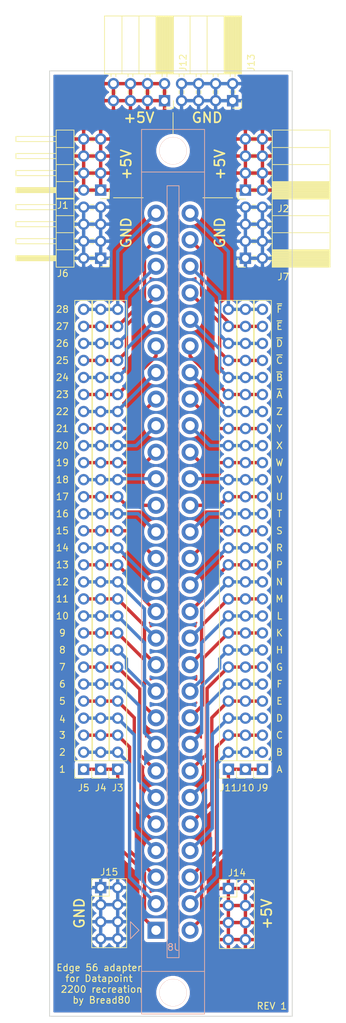
<source format=kicad_pcb>
(kicad_pcb (version 20171130) (host pcbnew "(5.1.12)-1")
  (layers (0 F.Cu signal) (31 B.Cu signal) (34 B.Paste user) (35 F.Paste user) (36 B.SilkS user) (37 F.SilkS user) (38 B.Mask user) (39 F.Mask user) (44 Edge.Cuts user))
  (net 0 "")
  (net 1 +5V)
  (net 2 "Net-(J3-Pad28)")
  (net 3 "Net-(J3-Pad27)")
  (net 4 "Net-(J3-Pad26)")
  (net 5 "Net-(J3-Pad25)")
  (net 6 "Net-(J3-Pad24)")
  (net 7 "Net-(J3-Pad23)")
  (net 8 "Net-(J3-Pad22)")
  (net 9 "Net-(J3-Pad21)")
  (net 10 "Net-(J3-Pad20)")
  (net 11 "Net-(J3-Pad19)")
  (net 12 "Net-(J3-Pad18)")
  (net 13 "Net-(J3-Pad17)")
  (net 14 "Net-(J3-Pad16)")
  (net 15 "Net-(J3-Pad15)")
  (net 16 "Net-(J3-Pad14)")
  (net 17 "Net-(J3-Pad13)")
  (net 18 "Net-(J3-Pad12)")
  (net 19 "Net-(J3-Pad11)")
  (net 20 "Net-(J3-Pad10)")
  (net 21 "Net-(J3-Pad9)")
  (net 22 "Net-(J3-Pad8)")
  (net 23 "Net-(J3-Pad7)")
  (net 24 "Net-(J3-Pad6)")
  (net 25 "Net-(J3-Pad5)")
  (net 26 "Net-(J3-Pad4)")
  (net 27 "Net-(J3-Pad3)")
  (net 28 "Net-(J3-Pad2)")
  (net 29 "Net-(J3-Pad1)")
  (net 30 GND)
  (net 31 "Net-(J10-Pad28)")
  (net 32 "Net-(J10-Pad27)")
  (net 33 "Net-(J10-Pad26)")
  (net 34 "Net-(J10-Pad25)")
  (net 35 "Net-(J10-Pad24)")
  (net 36 "Net-(J10-Pad23)")
  (net 37 "Net-(J10-Pad22)")
  (net 38 "Net-(J10-Pad21)")
  (net 39 "Net-(J10-Pad20)")
  (net 40 "Net-(J10-Pad19)")
  (net 41 "Net-(J10-Pad18)")
  (net 42 "Net-(J10-Pad17)")
  (net 43 "Net-(J10-Pad16)")
  (net 44 "Net-(J10-Pad15)")
  (net 45 "Net-(J10-Pad14)")
  (net 46 "Net-(J10-Pad13)")
  (net 47 "Net-(J10-Pad12)")
  (net 48 "Net-(J10-Pad11)")
  (net 49 "Net-(J10-Pad10)")
  (net 50 "Net-(J10-Pad9)")
  (net 51 "Net-(J10-Pad8)")
  (net 52 "Net-(J10-Pad7)")
  (net 53 "Net-(J10-Pad6)")
  (net 54 "Net-(J10-Pad5)")
  (net 55 "Net-(J10-Pad4)")
  (net 56 "Net-(J10-Pad3)")
  (net 57 "Net-(J10-Pad2)")
  (net 58 "Net-(J10-Pad1)")
  (module DataPoint_2200:EdgeConn_Socket_56_Pin_Pitch_3.96mm (layer B.Cu) (at 141.605 163.83)
    (fp_text reference J8 (at 0 2.54) (layer B.SilkS) (effects (justify mirror)))
    (fp_text value Conn_02x28_Top_Bottom)
    (pad "" np_thru_hole circle (at 0 -116.23) (size 4 4) (drill 4) (layers *.Cu *.Mask))
    (pad "" np_thru_hole circle (at 0 9.31) (size 4 4) (drill 4) (layers *.Cu *.Mask))
    (pad 56 thru_hole circle (at 2.54 -106.92) (size 2.54 2.54) (drill 1.4) (layers *.Cu *.Mask) (net 31 "Net-(J10-Pad28)"))
    (pad 55 thru_hole circle (at 2.54 -102.96) (size 2.54 2.54) (drill 1.4) (layers *.Cu *.Mask) (net 32 "Net-(J10-Pad27)"))
    (pad 54 thru_hole circle (at 2.54 -99) (size 2.54 2.54) (drill 1.4) (layers *.Cu *.Mask) (net 33 "Net-(J10-Pad26)"))
    (pad 53 thru_hole circle (at 2.54 -95.04) (size 2.54 2.54) (drill 1.4) (layers *.Cu *.Mask) (net 34 "Net-(J10-Pad25)"))
    (pad 52 thru_hole circle (at 2.54 -91.08) (size 2.54 2.54) (drill 1.4) (layers *.Cu *.Mask) (net 35 "Net-(J10-Pad24)"))
    (pad 51 thru_hole circle (at 2.54 -87.12) (size 2.54 2.54) (drill 1.4) (layers *.Cu *.Mask) (net 36 "Net-(J10-Pad23)"))
    (pad 50 thru_hole circle (at 2.54 -83.16) (size 2.54 2.54) (drill 1.4) (layers *.Cu *.Mask) (net 37 "Net-(J10-Pad22)"))
    (pad 49 thru_hole circle (at 2.54 -79.2) (size 2.54 2.54) (drill 1.4) (layers *.Cu *.Mask) (net 38 "Net-(J10-Pad21)"))
    (pad 48 thru_hole circle (at 2.54 -75.24) (size 2.54 2.54) (drill 1.4) (layers *.Cu *.Mask) (net 39 "Net-(J10-Pad20)"))
    (pad 47 thru_hole circle (at 2.54 -71.28) (size 2.54 2.54) (drill 1.4) (layers *.Cu *.Mask) (net 40 "Net-(J10-Pad19)"))
    (pad 46 thru_hole circle (at 2.54 -67.32) (size 2.54 2.54) (drill 1.4) (layers *.Cu *.Mask) (net 41 "Net-(J10-Pad18)"))
    (pad 45 thru_hole circle (at 2.54 -63.36) (size 2.54 2.54) (drill 1.4) (layers *.Cu *.Mask) (net 42 "Net-(J10-Pad17)"))
    (pad 44 thru_hole circle (at 2.54 -59.4) (size 2.54 2.54) (drill 1.4) (layers *.Cu *.Mask) (net 43 "Net-(J10-Pad16)"))
    (pad 43 thru_hole circle (at 2.54 -55.44) (size 2.54 2.54) (drill 1.4) (layers *.Cu *.Mask) (net 44 "Net-(J10-Pad15)"))
    (pad 42 thru_hole circle (at 2.54 -51.48) (size 2.54 2.54) (drill 1.4) (layers *.Cu *.Mask) (net 45 "Net-(J10-Pad14)"))
    (pad 41 thru_hole circle (at 2.54 -47.52) (size 2.54 2.54) (drill 1.4) (layers *.Cu *.Mask) (net 46 "Net-(J10-Pad13)"))
    (pad 40 thru_hole circle (at 2.54 -43.56) (size 2.54 2.54) (drill 1.4) (layers *.Cu *.Mask) (net 47 "Net-(J10-Pad12)"))
    (pad 39 thru_hole circle (at 2.54 -39.6) (size 2.54 2.54) (drill 1.4) (layers *.Cu *.Mask) (net 48 "Net-(J10-Pad11)"))
    (pad 38 thru_hole circle (at 2.54 -35.64) (size 2.54 2.54) (drill 1.4) (layers *.Cu *.Mask) (net 49 "Net-(J10-Pad10)"))
    (pad 37 thru_hole circle (at 2.54 -31.68) (size 2.54 2.54) (drill 1.4) (layers *.Cu *.Mask) (net 50 "Net-(J10-Pad9)"))
    (pad 36 thru_hole circle (at 2.54 -27.72) (size 2.54 2.54) (drill 1.4) (layers *.Cu *.Mask) (net 51 "Net-(J10-Pad8)"))
    (pad 35 thru_hole circle (at 2.54 -23.76) (size 2.54 2.54) (drill 1.4) (layers *.Cu *.Mask) (net 52 "Net-(J10-Pad7)"))
    (pad 34 thru_hole circle (at 2.54 -19.8) (size 2.54 2.54) (drill 1.4) (layers *.Cu *.Mask) (net 53 "Net-(J10-Pad6)"))
    (pad 33 thru_hole circle (at 2.54 -15.84) (size 2.54 2.54) (drill 1.4) (layers *.Cu *.Mask) (net 54 "Net-(J10-Pad5)"))
    (pad 32 thru_hole circle (at 2.54 -11.88) (size 2.54 2.54) (drill 1.4) (layers *.Cu *.Mask) (net 55 "Net-(J10-Pad4)"))
    (pad 31 thru_hole circle (at 2.54 -7.92) (size 2.54 2.54) (drill 1.4) (layers *.Cu *.Mask) (net 56 "Net-(J10-Pad3)"))
    (pad 30 thru_hole circle (at 2.54 -3.96) (size 2.54 2.54) (drill 1.4) (layers *.Cu *.Mask) (net 57 "Net-(J10-Pad2)"))
    (pad 29 thru_hole circle (at 2.54 0) (size 2.54 2.54) (drill 1.4) (layers *.Cu *.Mask) (net 58 "Net-(J10-Pad1)"))
    (pad 28 thru_hole circle (at -2.54 -106.92) (size 2.54 2.54) (drill 1.4) (layers *.Cu *.Mask) (net 2 "Net-(J3-Pad28)"))
    (pad 27 thru_hole circle (at -2.54 -102.96) (size 2.54 2.54) (drill 1.4) (layers *.Cu *.Mask) (net 3 "Net-(J3-Pad27)"))
    (pad 26 thru_hole circle (at -2.54 -99) (size 2.54 2.54) (drill 1.4) (layers *.Cu *.Mask) (net 4 "Net-(J3-Pad26)"))
    (pad 25 thru_hole circle (at -2.54 -95.04) (size 2.54 2.54) (drill 1.4) (layers *.Cu *.Mask) (net 5 "Net-(J3-Pad25)"))
    (pad 24 thru_hole circle (at -2.54 -91.08) (size 2.54 2.54) (drill 1.4) (layers *.Cu *.Mask) (net 6 "Net-(J3-Pad24)"))
    (pad 23 thru_hole circle (at -2.54 -87.12) (size 2.54 2.54) (drill 1.4) (layers *.Cu *.Mask) (net 7 "Net-(J3-Pad23)"))
    (pad 22 thru_hole circle (at -2.54 -83.16) (size 2.54 2.54) (drill 1.4) (layers *.Cu *.Mask) (net 8 "Net-(J3-Pad22)"))
    (pad 21 thru_hole circle (at -2.54 -79.2) (size 2.54 2.54) (drill 1.4) (layers *.Cu *.Mask) (net 9 "Net-(J3-Pad21)"))
    (pad 20 thru_hole circle (at -2.54 -75.24) (size 2.54 2.54) (drill 1.4) (layers *.Cu *.Mask) (net 10 "Net-(J3-Pad20)"))
    (pad 19 thru_hole circle (at -2.54 -71.28) (size 2.54 2.54) (drill 1.4) (layers *.Cu *.Mask) (net 11 "Net-(J3-Pad19)"))
    (pad 18 thru_hole circle (at -2.54 -67.32) (size 2.54 2.54) (drill 1.4) (layers *.Cu *.Mask) (net 12 "Net-(J3-Pad18)"))
    (pad 17 thru_hole circle (at -2.54 -63.36) (size 2.54 2.54) (drill 1.4) (layers *.Cu *.Mask) (net 13 "Net-(J3-Pad17)"))
    (pad 16 thru_hole circle (at -2.54 -59.4) (size 2.54 2.54) (drill 1.4) (layers *.Cu *.Mask) (net 14 "Net-(J3-Pad16)"))
    (pad 15 thru_hole circle (at -2.54 -55.44) (size 2.54 2.54) (drill 1.4) (layers *.Cu *.Mask) (net 15 "Net-(J3-Pad15)"))
    (pad 14 thru_hole circle (at -2.54 -51.48) (size 2.54 2.54) (drill 1.4) (layers *.Cu *.Mask) (net 16 "Net-(J3-Pad14)"))
    (pad 13 thru_hole circle (at -2.54 -47.52) (size 2.54 2.54) (drill 1.4) (layers *.Cu *.Mask) (net 17 "Net-(J3-Pad13)"))
    (pad 12 thru_hole circle (at -2.54 -43.56) (size 2.54 2.54) (drill 1.4) (layers *.Cu *.Mask) (net 18 "Net-(J3-Pad12)"))
    (pad 11 thru_hole circle (at -2.54 -39.6) (size 2.54 2.54) (drill 1.4) (layers *.Cu *.Mask) (net 19 "Net-(J3-Pad11)"))
    (pad 10 thru_hole circle (at -2.54 -35.64) (size 2.54 2.54) (drill 1.4) (layers *.Cu *.Mask) (net 20 "Net-(J3-Pad10)"))
    (pad 9 thru_hole circle (at -2.54 -31.68) (size 2.54 2.54) (drill 1.4) (layers *.Cu *.Mask) (net 21 "Net-(J3-Pad9)"))
    (pad 8 thru_hole circle (at -2.54 -27.72) (size 2.54 2.54) (drill 1.4) (layers *.Cu *.Mask) (net 22 "Net-(J3-Pad8)"))
    (pad 7 thru_hole circle (at -2.54 -23.76) (size 2.54 2.54) (drill 1.4) (layers *.Cu *.Mask) (net 23 "Net-(J3-Pad7)"))
    (pad 6 thru_hole circle (at -2.54 -19.8) (size 2.54 2.54) (drill 1.4) (layers *.Cu *.Mask) (net 24 "Net-(J3-Pad6)"))
    (pad 5 thru_hole circle (at -2.54 -15.84) (size 2.54 2.54) (drill 1.4) (layers *.Cu *.Mask) (net 25 "Net-(J3-Pad5)"))
    (pad 4 thru_hole circle (at -2.54 -11.88) (size 2.54 2.54) (drill 1.4) (layers *.Cu *.Mask) (net 26 "Net-(J3-Pad4)"))
    (pad 3 thru_hole circle (at -2.54 -7.92) (size 2.54 2.54) (drill 1.4) (layers *.Cu *.Mask) (net 27 "Net-(J3-Pad3)"))
    (pad 2 thru_hole circle (at -2.54 -3.96) (size 2.54 2.54) (drill 1.4) (layers *.Cu *.Mask) (net 28 "Net-(J3-Pad2)"))
    (pad 1 thru_hole rect (at -2.54 0) (size 2.54 2.54) (drill 1.4) (layers *.Cu *.Mask) (net 29 "Net-(J3-Pad1)"))
  )
  (module Connector_PinSocket_2.54mm:PinSocket_2x04_P2.54mm_Horizontal (layer F.Cu) (at 150.495 40.132 270)
    (fp_text reference J13 (at -5.65 -2.77 90) (layer F.SilkS))
    (fp_text value Conn_02x04_Top_Bottom)
    (pad 8 thru_hole oval (at -2.54 7.62 270) (size 1.7 1.7) (drill 1) (layers *.Cu *.Mask) (net 30 GND))
    (pad 7 thru_hole oval (at 0 7.62 270) (size 1.7 1.7) (drill 1) (layers *.Cu *.Mask) (net 30 GND))
    (pad 6 thru_hole oval (at -2.54 5.08 270) (size 1.7 1.7) (drill 1) (layers *.Cu *.Mask) (net 30 GND))
    (pad 5 thru_hole oval (at 0 5.08 270) (size 1.7 1.7) (drill 1) (layers *.Cu *.Mask) (net 30 GND))
    (pad 4 thru_hole oval (at -2.54 2.54 270) (size 1.7 1.7) (drill 1) (layers *.Cu *.Mask) (net 30 GND))
    (pad 3 thru_hole oval (at 0 2.54 270) (size 1.7 1.7) (drill 1) (layers *.Cu *.Mask) (net 30 GND))
    (pad 2 thru_hole oval (at -2.54 0 270) (size 1.7 1.7) (drill 1) (layers *.Cu *.Mask) (net 30 GND))
    (pad 1 thru_hole rect (at 0 0 270) (size 1.7 1.7) (drill 1) (layers *.Cu *.Mask) (net 30 GND))
  )
  (module Connector_PinSocket_2.54mm:PinSocket_2x04_P2.54mm_Horizontal (layer F.Cu) (at 140.335 40.132 270)
    (fp_text reference J12 (at -5.65 -2.77 90) (layer F.SilkS))
    (fp_text value Conn_02x04_Top_Bottom)
    (pad 8 thru_hole oval (at -2.54 7.62 270) (size 1.7 1.7) (drill 1) (layers *.Cu *.Mask) (net 1 +5V))
    (pad 7 thru_hole oval (at 0 7.62 270) (size 1.7 1.7) (drill 1) (layers *.Cu *.Mask) (net 1 +5V))
    (pad 6 thru_hole oval (at -2.54 5.08 270) (size 1.7 1.7) (drill 1) (layers *.Cu *.Mask) (net 1 +5V))
    (pad 5 thru_hole oval (at 0 5.08 270) (size 1.7 1.7) (drill 1) (layers *.Cu *.Mask) (net 1 +5V))
    (pad 4 thru_hole oval (at -2.54 2.54 270) (size 1.7 1.7) (drill 1) (layers *.Cu *.Mask) (net 1 +5V))
    (pad 3 thru_hole oval (at 0 2.54 270) (size 1.7 1.7) (drill 1) (layers *.Cu *.Mask) (net 1 +5V))
    (pad 2 thru_hole oval (at -2.54 0 270) (size 1.7 1.7) (drill 1) (layers *.Cu *.Mask) (net 1 +5V))
    (pad 1 thru_hole rect (at 0 0 270) (size 1.7 1.7) (drill 1) (layers *.Cu *.Mask) (net 1 +5V))
  )
  (module Connector_PinHeader_2.54mm:PinHeader_2x04_P2.54mm_Vertical (layer F.Cu) (at 130.81 157.48)
    (fp_text reference J15 (at 1.27 -2.33) (layer F.SilkS))
    (fp_text value Conn_02x04_Top_Bottom)
    (pad 8 thru_hole oval (at 2.54 7.62) (size 1.7 1.7) (drill 1) (layers *.Cu *.Mask) (net 30 GND))
    (pad 7 thru_hole oval (at 0 7.62) (size 1.7 1.7) (drill 1) (layers *.Cu *.Mask) (net 30 GND))
    (pad 6 thru_hole oval (at 2.54 5.08) (size 1.7 1.7) (drill 1) (layers *.Cu *.Mask) (net 30 GND))
    (pad 5 thru_hole oval (at 0 5.08) (size 1.7 1.7) (drill 1) (layers *.Cu *.Mask) (net 30 GND))
    (pad 4 thru_hole oval (at 2.54 2.54) (size 1.7 1.7) (drill 1) (layers *.Cu *.Mask) (net 30 GND))
    (pad 3 thru_hole oval (at 0 2.54) (size 1.7 1.7) (drill 1) (layers *.Cu *.Mask) (net 30 GND))
    (pad 2 thru_hole oval (at 2.54 0) (size 1.7 1.7) (drill 1) (layers *.Cu *.Mask) (net 30 GND))
    (pad 1 thru_hole rect (at 0 0) (size 1.7 1.7) (drill 1) (layers *.Cu *.Mask) (net 30 GND))
  )
  (module Connector_PinHeader_2.54mm:PinHeader_2x04_P2.54mm_Vertical (layer F.Cu) (at 149.86 157.607)
    (fp_text reference J14 (at 1.27 -2.33) (layer F.SilkS))
    (fp_text value Conn_02x04_Top_Bottom)
    (pad 8 thru_hole oval (at 2.54 7.62) (size 1.7 1.7) (drill 1) (layers *.Cu *.Mask) (net 1 +5V))
    (pad 7 thru_hole oval (at 0 7.62) (size 1.7 1.7) (drill 1) (layers *.Cu *.Mask) (net 1 +5V))
    (pad 6 thru_hole oval (at 2.54 5.08) (size 1.7 1.7) (drill 1) (layers *.Cu *.Mask) (net 1 +5V))
    (pad 5 thru_hole oval (at 0 5.08) (size 1.7 1.7) (drill 1) (layers *.Cu *.Mask) (net 1 +5V))
    (pad 4 thru_hole oval (at 2.54 2.54) (size 1.7 1.7) (drill 1) (layers *.Cu *.Mask) (net 1 +5V))
    (pad 3 thru_hole oval (at 0 2.54) (size 1.7 1.7) (drill 1) (layers *.Cu *.Mask) (net 1 +5V))
    (pad 2 thru_hole oval (at 2.54 0) (size 1.7 1.7) (drill 1) (layers *.Cu *.Mask) (net 1 +5V))
    (pad 1 thru_hole rect (at 0 0) (size 1.7 1.7) (drill 1) (layers *.Cu *.Mask) (net 1 +5V))
  )
  (module Connector_PinSocket_2.54mm:PinSocket_2x04_P2.54mm_Horizontal (layer F.Cu) (at 152.4 63.627 180)
    (fp_text reference J7 (at -5.65 -2.77) (layer F.SilkS))
    (fp_text value Conn_02x04_Top_Bottom)
    (pad 8 thru_hole oval (at -2.54 7.62 180) (size 1.7 1.7) (drill 1) (layers *.Cu *.Mask) (net 30 GND))
    (pad 7 thru_hole oval (at 0 7.62 180) (size 1.7 1.7) (drill 1) (layers *.Cu *.Mask) (net 30 GND))
    (pad 6 thru_hole oval (at -2.54 5.08 180) (size 1.7 1.7) (drill 1) (layers *.Cu *.Mask) (net 30 GND))
    (pad 5 thru_hole oval (at 0 5.08 180) (size 1.7 1.7) (drill 1) (layers *.Cu *.Mask) (net 30 GND))
    (pad 4 thru_hole oval (at -2.54 2.54 180) (size 1.7 1.7) (drill 1) (layers *.Cu *.Mask) (net 30 GND))
    (pad 3 thru_hole oval (at 0 2.54 180) (size 1.7 1.7) (drill 1) (layers *.Cu *.Mask) (net 30 GND))
    (pad 2 thru_hole oval (at -2.54 0 180) (size 1.7 1.7) (drill 1) (layers *.Cu *.Mask) (net 30 GND))
    (pad 1 thru_hole rect (at 0 0 180) (size 1.7 1.7) (drill 1) (layers *.Cu *.Mask) (net 30 GND))
  )
  (module Connector_PinHeader_2.54mm:PinHeader_2x04_P2.54mm_Horizontal (layer F.Cu) (at 130.81 63.627 180)
    (fp_text reference J6 (at 5.655 -2.27) (layer F.SilkS))
    (fp_text value Conn_02x04_Top_Bottom)
    (pad 8 thru_hole oval (at 2.54 7.62 180) (size 1.7 1.7) (drill 1) (layers *.Cu *.Mask) (net 30 GND))
    (pad 7 thru_hole oval (at 0 7.62 180) (size 1.7 1.7) (drill 1) (layers *.Cu *.Mask) (net 30 GND))
    (pad 6 thru_hole oval (at 2.54 5.08 180) (size 1.7 1.7) (drill 1) (layers *.Cu *.Mask) (net 30 GND))
    (pad 5 thru_hole oval (at 0 5.08 180) (size 1.7 1.7) (drill 1) (layers *.Cu *.Mask) (net 30 GND))
    (pad 4 thru_hole oval (at 2.54 2.54 180) (size 1.7 1.7) (drill 1) (layers *.Cu *.Mask) (net 30 GND))
    (pad 3 thru_hole oval (at 0 2.54 180) (size 1.7 1.7) (drill 1) (layers *.Cu *.Mask) (net 30 GND))
    (pad 2 thru_hole oval (at 2.54 0 180) (size 1.7 1.7) (drill 1) (layers *.Cu *.Mask) (net 30 GND))
    (pad 1 thru_hole rect (at 0 0 180) (size 1.7 1.7) (drill 1) (layers *.Cu *.Mask) (net 30 GND))
  )
  (module Connector_PinSocket_2.54mm:PinSocket_2x04_P2.54mm_Horizontal (layer F.Cu) (at 152.4 53.467 180)
    (fp_text reference J2 (at -5.65 -2.77) (layer F.SilkS))
    (fp_text value Conn_02x04_Top_Bottom)
    (pad 8 thru_hole oval (at -2.54 7.62 180) (size 1.7 1.7) (drill 1) (layers *.Cu *.Mask) (net 1 +5V))
    (pad 7 thru_hole oval (at 0 7.62 180) (size 1.7 1.7) (drill 1) (layers *.Cu *.Mask) (net 1 +5V))
    (pad 6 thru_hole oval (at -2.54 5.08 180) (size 1.7 1.7) (drill 1) (layers *.Cu *.Mask) (net 1 +5V))
    (pad 5 thru_hole oval (at 0 5.08 180) (size 1.7 1.7) (drill 1) (layers *.Cu *.Mask) (net 1 +5V))
    (pad 4 thru_hole oval (at -2.54 2.54 180) (size 1.7 1.7) (drill 1) (layers *.Cu *.Mask) (net 1 +5V))
    (pad 3 thru_hole oval (at 0 2.54 180) (size 1.7 1.7) (drill 1) (layers *.Cu *.Mask) (net 1 +5V))
    (pad 2 thru_hole oval (at -2.54 0 180) (size 1.7 1.7) (drill 1) (layers *.Cu *.Mask) (net 1 +5V))
    (pad 1 thru_hole rect (at 0 0 180) (size 1.7 1.7) (drill 1) (layers *.Cu *.Mask) (net 1 +5V))
  )
  (module Connector_PinHeader_2.54mm:PinHeader_2x04_P2.54mm_Horizontal (layer F.Cu) (at 130.81 53.467 180)
    (fp_text reference J1 (at 5.655 -2.27) (layer F.SilkS))
    (fp_text value Conn_02x04_Top_Bottom)
    (pad 8 thru_hole oval (at 2.54 7.62 180) (size 1.7 1.7) (drill 1) (layers *.Cu *.Mask) (net 1 +5V))
    (pad 7 thru_hole oval (at 0 7.62 180) (size 1.7 1.7) (drill 1) (layers *.Cu *.Mask) (net 1 +5V))
    (pad 6 thru_hole oval (at 2.54 5.08 180) (size 1.7 1.7) (drill 1) (layers *.Cu *.Mask) (net 1 +5V))
    (pad 5 thru_hole oval (at 0 5.08 180) (size 1.7 1.7) (drill 1) (layers *.Cu *.Mask) (net 1 +5V))
    (pad 4 thru_hole oval (at 2.54 2.54 180) (size 1.7 1.7) (drill 1) (layers *.Cu *.Mask) (net 1 +5V))
    (pad 3 thru_hole oval (at 0 2.54 180) (size 1.7 1.7) (drill 1) (layers *.Cu *.Mask) (net 1 +5V))
    (pad 2 thru_hole oval (at 2.54 0 180) (size 1.7 1.7) (drill 1) (layers *.Cu *.Mask) (net 1 +5V))
    (pad 1 thru_hole rect (at 0 0 180) (size 1.7 1.7) (drill 1) (layers *.Cu *.Mask) (net 1 +5V))
  )
  (module Connector_PinSocket_2.54mm:PinSocket_1x28_P2.54mm_Vertical (layer F.Cu) (at 149.86 139.827 180)
    (fp_text reference J11 (at 0 -2.77) (layer F.SilkS))
    (fp_text value Conn_01x28_Female)
    (pad 28 thru_hole oval (at 0 68.58 180) (size 1.7 1.7) (drill 1) (layers *.Cu *.Mask) (net 31 "Net-(J10-Pad28)"))
    (pad 27 thru_hole oval (at 0 66.04 180) (size 1.7 1.7) (drill 1) (layers *.Cu *.Mask) (net 32 "Net-(J10-Pad27)"))
    (pad 26 thru_hole oval (at 0 63.5 180) (size 1.7 1.7) (drill 1) (layers *.Cu *.Mask) (net 33 "Net-(J10-Pad26)"))
    (pad 25 thru_hole oval (at 0 60.96 180) (size 1.7 1.7) (drill 1) (layers *.Cu *.Mask) (net 34 "Net-(J10-Pad25)"))
    (pad 24 thru_hole oval (at 0 58.42 180) (size 1.7 1.7) (drill 1) (layers *.Cu *.Mask) (net 35 "Net-(J10-Pad24)"))
    (pad 23 thru_hole oval (at 0 55.88 180) (size 1.7 1.7) (drill 1) (layers *.Cu *.Mask) (net 36 "Net-(J10-Pad23)"))
    (pad 22 thru_hole oval (at 0 53.34 180) (size 1.7 1.7) (drill 1) (layers *.Cu *.Mask) (net 37 "Net-(J10-Pad22)"))
    (pad 21 thru_hole oval (at 0 50.8 180) (size 1.7 1.7) (drill 1) (layers *.Cu *.Mask) (net 38 "Net-(J10-Pad21)"))
    (pad 20 thru_hole oval (at 0 48.26 180) (size 1.7 1.7) (drill 1) (layers *.Cu *.Mask) (net 39 "Net-(J10-Pad20)"))
    (pad 19 thru_hole oval (at 0 45.72 180) (size 1.7 1.7) (drill 1) (layers *.Cu *.Mask) (net 40 "Net-(J10-Pad19)"))
    (pad 18 thru_hole oval (at 0 43.18 180) (size 1.7 1.7) (drill 1) (layers *.Cu *.Mask) (net 41 "Net-(J10-Pad18)"))
    (pad 17 thru_hole oval (at 0 40.64 180) (size 1.7 1.7) (drill 1) (layers *.Cu *.Mask) (net 42 "Net-(J10-Pad17)"))
    (pad 16 thru_hole oval (at 0 38.1 180) (size 1.7 1.7) (drill 1) (layers *.Cu *.Mask) (net 43 "Net-(J10-Pad16)"))
    (pad 15 thru_hole oval (at 0 35.56 180) (size 1.7 1.7) (drill 1) (layers *.Cu *.Mask) (net 44 "Net-(J10-Pad15)"))
    (pad 14 thru_hole oval (at 0 33.02 180) (size 1.7 1.7) (drill 1) (layers *.Cu *.Mask) (net 45 "Net-(J10-Pad14)"))
    (pad 13 thru_hole oval (at 0 30.48 180) (size 1.7 1.7) (drill 1) (layers *.Cu *.Mask) (net 46 "Net-(J10-Pad13)"))
    (pad 12 thru_hole oval (at 0 27.94 180) (size 1.7 1.7) (drill 1) (layers *.Cu *.Mask) (net 47 "Net-(J10-Pad12)"))
    (pad 11 thru_hole oval (at 0 25.4 180) (size 1.7 1.7) (drill 1) (layers *.Cu *.Mask) (net 48 "Net-(J10-Pad11)"))
    (pad 10 thru_hole oval (at 0 22.86 180) (size 1.7 1.7) (drill 1) (layers *.Cu *.Mask) (net 49 "Net-(J10-Pad10)"))
    (pad 9 thru_hole oval (at 0 20.32 180) (size 1.7 1.7) (drill 1) (layers *.Cu *.Mask) (net 50 "Net-(J10-Pad9)"))
    (pad 8 thru_hole oval (at 0 17.78 180) (size 1.7 1.7) (drill 1) (layers *.Cu *.Mask) (net 51 "Net-(J10-Pad8)"))
    (pad 7 thru_hole oval (at 0 15.24 180) (size 1.7 1.7) (drill 1) (layers *.Cu *.Mask) (net 52 "Net-(J10-Pad7)"))
    (pad 6 thru_hole oval (at 0 12.7 180) (size 1.7 1.7) (drill 1) (layers *.Cu *.Mask) (net 53 "Net-(J10-Pad6)"))
    (pad 5 thru_hole oval (at 0 10.16 180) (size 1.7 1.7) (drill 1) (layers *.Cu *.Mask) (net 54 "Net-(J10-Pad5)"))
    (pad 4 thru_hole oval (at 0 7.62 180) (size 1.7 1.7) (drill 1) (layers *.Cu *.Mask) (net 55 "Net-(J10-Pad4)"))
    (pad 3 thru_hole oval (at 0 5.08 180) (size 1.7 1.7) (drill 1) (layers *.Cu *.Mask) (net 56 "Net-(J10-Pad3)"))
    (pad 2 thru_hole oval (at 0 2.54 180) (size 1.7 1.7) (drill 1) (layers *.Cu *.Mask) (net 57 "Net-(J10-Pad2)"))
    (pad 1 thru_hole rect (at 0 0 180) (size 1.7 1.7) (drill 1) (layers *.Cu *.Mask) (net 58 "Net-(J10-Pad1)"))
  )
  (module Connector_PinSocket_2.54mm:PinSocket_1x28_P2.54mm_Vertical (layer F.Cu) (at 152.4 139.827 180)
    (fp_text reference J10 (at 0 -2.77) (layer F.SilkS))
    (fp_text value Conn_01x28_Female)
    (pad 28 thru_hole oval (at 0 68.58 180) (size 1.7 1.7) (drill 1) (layers *.Cu *.Mask) (net 31 "Net-(J10-Pad28)"))
    (pad 27 thru_hole oval (at 0 66.04 180) (size 1.7 1.7) (drill 1) (layers *.Cu *.Mask) (net 32 "Net-(J10-Pad27)"))
    (pad 26 thru_hole oval (at 0 63.5 180) (size 1.7 1.7) (drill 1) (layers *.Cu *.Mask) (net 33 "Net-(J10-Pad26)"))
    (pad 25 thru_hole oval (at 0 60.96 180) (size 1.7 1.7) (drill 1) (layers *.Cu *.Mask) (net 34 "Net-(J10-Pad25)"))
    (pad 24 thru_hole oval (at 0 58.42 180) (size 1.7 1.7) (drill 1) (layers *.Cu *.Mask) (net 35 "Net-(J10-Pad24)"))
    (pad 23 thru_hole oval (at 0 55.88 180) (size 1.7 1.7) (drill 1) (layers *.Cu *.Mask) (net 36 "Net-(J10-Pad23)"))
    (pad 22 thru_hole oval (at 0 53.34 180) (size 1.7 1.7) (drill 1) (layers *.Cu *.Mask) (net 37 "Net-(J10-Pad22)"))
    (pad 21 thru_hole oval (at 0 50.8 180) (size 1.7 1.7) (drill 1) (layers *.Cu *.Mask) (net 38 "Net-(J10-Pad21)"))
    (pad 20 thru_hole oval (at 0 48.26 180) (size 1.7 1.7) (drill 1) (layers *.Cu *.Mask) (net 39 "Net-(J10-Pad20)"))
    (pad 19 thru_hole oval (at 0 45.72 180) (size 1.7 1.7) (drill 1) (layers *.Cu *.Mask) (net 40 "Net-(J10-Pad19)"))
    (pad 18 thru_hole oval (at 0 43.18 180) (size 1.7 1.7) (drill 1) (layers *.Cu *.Mask) (net 41 "Net-(J10-Pad18)"))
    (pad 17 thru_hole oval (at 0 40.64 180) (size 1.7 1.7) (drill 1) (layers *.Cu *.Mask) (net 42 "Net-(J10-Pad17)"))
    (pad 16 thru_hole oval (at 0 38.1 180) (size 1.7 1.7) (drill 1) (layers *.Cu *.Mask) (net 43 "Net-(J10-Pad16)"))
    (pad 15 thru_hole oval (at 0 35.56 180) (size 1.7 1.7) (drill 1) (layers *.Cu *.Mask) (net 44 "Net-(J10-Pad15)"))
    (pad 14 thru_hole oval (at 0 33.02 180) (size 1.7 1.7) (drill 1) (layers *.Cu *.Mask) (net 45 "Net-(J10-Pad14)"))
    (pad 13 thru_hole oval (at 0 30.48 180) (size 1.7 1.7) (drill 1) (layers *.Cu *.Mask) (net 46 "Net-(J10-Pad13)"))
    (pad 12 thru_hole oval (at 0 27.94 180) (size 1.7 1.7) (drill 1) (layers *.Cu *.Mask) (net 47 "Net-(J10-Pad12)"))
    (pad 11 thru_hole oval (at 0 25.4 180) (size 1.7 1.7) (drill 1) (layers *.Cu *.Mask) (net 48 "Net-(J10-Pad11)"))
    (pad 10 thru_hole oval (at 0 22.86 180) (size 1.7 1.7) (drill 1) (layers *.Cu *.Mask) (net 49 "Net-(J10-Pad10)"))
    (pad 9 thru_hole oval (at 0 20.32 180) (size 1.7 1.7) (drill 1) (layers *.Cu *.Mask) (net 50 "Net-(J10-Pad9)"))
    (pad 8 thru_hole oval (at 0 17.78 180) (size 1.7 1.7) (drill 1) (layers *.Cu *.Mask) (net 51 "Net-(J10-Pad8)"))
    (pad 7 thru_hole oval (at 0 15.24 180) (size 1.7 1.7) (drill 1) (layers *.Cu *.Mask) (net 52 "Net-(J10-Pad7)"))
    (pad 6 thru_hole oval (at 0 12.7 180) (size 1.7 1.7) (drill 1) (layers *.Cu *.Mask) (net 53 "Net-(J10-Pad6)"))
    (pad 5 thru_hole oval (at 0 10.16 180) (size 1.7 1.7) (drill 1) (layers *.Cu *.Mask) (net 54 "Net-(J10-Pad5)"))
    (pad 4 thru_hole oval (at 0 7.62 180) (size 1.7 1.7) (drill 1) (layers *.Cu *.Mask) (net 55 "Net-(J10-Pad4)"))
    (pad 3 thru_hole oval (at 0 5.08 180) (size 1.7 1.7) (drill 1) (layers *.Cu *.Mask) (net 56 "Net-(J10-Pad3)"))
    (pad 2 thru_hole oval (at 0 2.54 180) (size 1.7 1.7) (drill 1) (layers *.Cu *.Mask) (net 57 "Net-(J10-Pad2)"))
    (pad 1 thru_hole rect (at 0 0 180) (size 1.7 1.7) (drill 1) (layers *.Cu *.Mask) (net 58 "Net-(J10-Pad1)"))
  )
  (module Connector_PinSocket_2.54mm:PinSocket_1x28_P2.54mm_Vertical (layer F.Cu) (at 154.94 139.827 180)
    (fp_text reference J9 (at 0 -2.77) (layer F.SilkS))
    (fp_text value Conn_01x28_Female)
    (pad 28 thru_hole oval (at 0 68.58 180) (size 1.7 1.7) (drill 1) (layers *.Cu *.Mask) (net 31 "Net-(J10-Pad28)"))
    (pad 27 thru_hole oval (at 0 66.04 180) (size 1.7 1.7) (drill 1) (layers *.Cu *.Mask) (net 32 "Net-(J10-Pad27)"))
    (pad 26 thru_hole oval (at 0 63.5 180) (size 1.7 1.7) (drill 1) (layers *.Cu *.Mask) (net 33 "Net-(J10-Pad26)"))
    (pad 25 thru_hole oval (at 0 60.96 180) (size 1.7 1.7) (drill 1) (layers *.Cu *.Mask) (net 34 "Net-(J10-Pad25)"))
    (pad 24 thru_hole oval (at 0 58.42 180) (size 1.7 1.7) (drill 1) (layers *.Cu *.Mask) (net 35 "Net-(J10-Pad24)"))
    (pad 23 thru_hole oval (at 0 55.88 180) (size 1.7 1.7) (drill 1) (layers *.Cu *.Mask) (net 36 "Net-(J10-Pad23)"))
    (pad 22 thru_hole oval (at 0 53.34 180) (size 1.7 1.7) (drill 1) (layers *.Cu *.Mask) (net 37 "Net-(J10-Pad22)"))
    (pad 21 thru_hole oval (at 0 50.8 180) (size 1.7 1.7) (drill 1) (layers *.Cu *.Mask) (net 38 "Net-(J10-Pad21)"))
    (pad 20 thru_hole oval (at 0 48.26 180) (size 1.7 1.7) (drill 1) (layers *.Cu *.Mask) (net 39 "Net-(J10-Pad20)"))
    (pad 19 thru_hole oval (at 0 45.72 180) (size 1.7 1.7) (drill 1) (layers *.Cu *.Mask) (net 40 "Net-(J10-Pad19)"))
    (pad 18 thru_hole oval (at 0 43.18 180) (size 1.7 1.7) (drill 1) (layers *.Cu *.Mask) (net 41 "Net-(J10-Pad18)"))
    (pad 17 thru_hole oval (at 0 40.64 180) (size 1.7 1.7) (drill 1) (layers *.Cu *.Mask) (net 42 "Net-(J10-Pad17)"))
    (pad 16 thru_hole oval (at 0 38.1 180) (size 1.7 1.7) (drill 1) (layers *.Cu *.Mask) (net 43 "Net-(J10-Pad16)"))
    (pad 15 thru_hole oval (at 0 35.56 180) (size 1.7 1.7) (drill 1) (layers *.Cu *.Mask) (net 44 "Net-(J10-Pad15)"))
    (pad 14 thru_hole oval (at 0 33.02 180) (size 1.7 1.7) (drill 1) (layers *.Cu *.Mask) (net 45 "Net-(J10-Pad14)"))
    (pad 13 thru_hole oval (at 0 30.48 180) (size 1.7 1.7) (drill 1) (layers *.Cu *.Mask) (net 46 "Net-(J10-Pad13)"))
    (pad 12 thru_hole oval (at 0 27.94 180) (size 1.7 1.7) (drill 1) (layers *.Cu *.Mask) (net 47 "Net-(J10-Pad12)"))
    (pad 11 thru_hole oval (at 0 25.4 180) (size 1.7 1.7) (drill 1) (layers *.Cu *.Mask) (net 48 "Net-(J10-Pad11)"))
    (pad 10 thru_hole oval (at 0 22.86 180) (size 1.7 1.7) (drill 1) (layers *.Cu *.Mask) (net 49 "Net-(J10-Pad10)"))
    (pad 9 thru_hole oval (at 0 20.32 180) (size 1.7 1.7) (drill 1) (layers *.Cu *.Mask) (net 50 "Net-(J10-Pad9)"))
    (pad 8 thru_hole oval (at 0 17.78 180) (size 1.7 1.7) (drill 1) (layers *.Cu *.Mask) (net 51 "Net-(J10-Pad8)"))
    (pad 7 thru_hole oval (at 0 15.24 180) (size 1.7 1.7) (drill 1) (layers *.Cu *.Mask) (net 52 "Net-(J10-Pad7)"))
    (pad 6 thru_hole oval (at 0 12.7 180) (size 1.7 1.7) (drill 1) (layers *.Cu *.Mask) (net 53 "Net-(J10-Pad6)"))
    (pad 5 thru_hole oval (at 0 10.16 180) (size 1.7 1.7) (drill 1) (layers *.Cu *.Mask) (net 54 "Net-(J10-Pad5)"))
    (pad 4 thru_hole oval (at 0 7.62 180) (size 1.7 1.7) (drill 1) (layers *.Cu *.Mask) (net 55 "Net-(J10-Pad4)"))
    (pad 3 thru_hole oval (at 0 5.08 180) (size 1.7 1.7) (drill 1) (layers *.Cu *.Mask) (net 56 "Net-(J10-Pad3)"))
    (pad 2 thru_hole oval (at 0 2.54 180) (size 1.7 1.7) (drill 1) (layers *.Cu *.Mask) (net 57 "Net-(J10-Pad2)"))
    (pad 1 thru_hole rect (at 0 0 180) (size 1.7 1.7) (drill 1) (layers *.Cu *.Mask) (net 58 "Net-(J10-Pad1)"))
  )
  (module Connector_PinSocket_2.54mm:PinSocket_1x28_P2.54mm_Vertical (layer F.Cu) (at 128.27 139.827 180)
    (fp_text reference J5 (at 0 -2.77) (layer F.SilkS))
    (fp_text value Conn_01x28_Female)
    (pad 28 thru_hole oval (at 0 68.58 180) (size 1.7 1.7) (drill 1) (layers *.Cu *.Mask) (net 2 "Net-(J3-Pad28)"))
    (pad 27 thru_hole oval (at 0 66.04 180) (size 1.7 1.7) (drill 1) (layers *.Cu *.Mask) (net 3 "Net-(J3-Pad27)"))
    (pad 26 thru_hole oval (at 0 63.5 180) (size 1.7 1.7) (drill 1) (layers *.Cu *.Mask) (net 4 "Net-(J3-Pad26)"))
    (pad 25 thru_hole oval (at 0 60.96 180) (size 1.7 1.7) (drill 1) (layers *.Cu *.Mask) (net 5 "Net-(J3-Pad25)"))
    (pad 24 thru_hole oval (at 0 58.42 180) (size 1.7 1.7) (drill 1) (layers *.Cu *.Mask) (net 6 "Net-(J3-Pad24)"))
    (pad 23 thru_hole oval (at 0 55.88 180) (size 1.7 1.7) (drill 1) (layers *.Cu *.Mask) (net 7 "Net-(J3-Pad23)"))
    (pad 22 thru_hole oval (at 0 53.34 180) (size 1.7 1.7) (drill 1) (layers *.Cu *.Mask) (net 8 "Net-(J3-Pad22)"))
    (pad 21 thru_hole oval (at 0 50.8 180) (size 1.7 1.7) (drill 1) (layers *.Cu *.Mask) (net 9 "Net-(J3-Pad21)"))
    (pad 20 thru_hole oval (at 0 48.26 180) (size 1.7 1.7) (drill 1) (layers *.Cu *.Mask) (net 10 "Net-(J3-Pad20)"))
    (pad 19 thru_hole oval (at 0 45.72 180) (size 1.7 1.7) (drill 1) (layers *.Cu *.Mask) (net 11 "Net-(J3-Pad19)"))
    (pad 18 thru_hole oval (at 0 43.18 180) (size 1.7 1.7) (drill 1) (layers *.Cu *.Mask) (net 12 "Net-(J3-Pad18)"))
    (pad 17 thru_hole oval (at 0 40.64 180) (size 1.7 1.7) (drill 1) (layers *.Cu *.Mask) (net 13 "Net-(J3-Pad17)"))
    (pad 16 thru_hole oval (at 0 38.1 180) (size 1.7 1.7) (drill 1) (layers *.Cu *.Mask) (net 14 "Net-(J3-Pad16)"))
    (pad 15 thru_hole oval (at 0 35.56 180) (size 1.7 1.7) (drill 1) (layers *.Cu *.Mask) (net 15 "Net-(J3-Pad15)"))
    (pad 14 thru_hole oval (at 0 33.02 180) (size 1.7 1.7) (drill 1) (layers *.Cu *.Mask) (net 16 "Net-(J3-Pad14)"))
    (pad 13 thru_hole oval (at 0 30.48 180) (size 1.7 1.7) (drill 1) (layers *.Cu *.Mask) (net 17 "Net-(J3-Pad13)"))
    (pad 12 thru_hole oval (at 0 27.94 180) (size 1.7 1.7) (drill 1) (layers *.Cu *.Mask) (net 18 "Net-(J3-Pad12)"))
    (pad 11 thru_hole oval (at 0 25.4 180) (size 1.7 1.7) (drill 1) (layers *.Cu *.Mask) (net 19 "Net-(J3-Pad11)"))
    (pad 10 thru_hole oval (at 0 22.86 180) (size 1.7 1.7) (drill 1) (layers *.Cu *.Mask) (net 20 "Net-(J3-Pad10)"))
    (pad 9 thru_hole oval (at 0 20.32 180) (size 1.7 1.7) (drill 1) (layers *.Cu *.Mask) (net 21 "Net-(J3-Pad9)"))
    (pad 8 thru_hole oval (at 0 17.78 180) (size 1.7 1.7) (drill 1) (layers *.Cu *.Mask) (net 22 "Net-(J3-Pad8)"))
    (pad 7 thru_hole oval (at 0 15.24 180) (size 1.7 1.7) (drill 1) (layers *.Cu *.Mask) (net 23 "Net-(J3-Pad7)"))
    (pad 6 thru_hole oval (at 0 12.7 180) (size 1.7 1.7) (drill 1) (layers *.Cu *.Mask) (net 24 "Net-(J3-Pad6)"))
    (pad 5 thru_hole oval (at 0 10.16 180) (size 1.7 1.7) (drill 1) (layers *.Cu *.Mask) (net 25 "Net-(J3-Pad5)"))
    (pad 4 thru_hole oval (at 0 7.62 180) (size 1.7 1.7) (drill 1) (layers *.Cu *.Mask) (net 26 "Net-(J3-Pad4)"))
    (pad 3 thru_hole oval (at 0 5.08 180) (size 1.7 1.7) (drill 1) (layers *.Cu *.Mask) (net 27 "Net-(J3-Pad3)"))
    (pad 2 thru_hole oval (at 0 2.54 180) (size 1.7 1.7) (drill 1) (layers *.Cu *.Mask) (net 28 "Net-(J3-Pad2)"))
    (pad 1 thru_hole rect (at 0 0 180) (size 1.7 1.7) (drill 1) (layers *.Cu *.Mask) (net 29 "Net-(J3-Pad1)"))
  )
  (module Connector_PinSocket_2.54mm:PinSocket_1x28_P2.54mm_Vertical (layer F.Cu) (at 130.81 139.827 180)
    (fp_text reference J4 (at 0 -2.77) (layer F.SilkS))
    (fp_text value Conn_01x28_Female)
    (pad 28 thru_hole oval (at 0 68.58 180) (size 1.7 1.7) (drill 1) (layers *.Cu *.Mask) (net 2 "Net-(J3-Pad28)"))
    (pad 27 thru_hole oval (at 0 66.04 180) (size 1.7 1.7) (drill 1) (layers *.Cu *.Mask) (net 3 "Net-(J3-Pad27)"))
    (pad 26 thru_hole oval (at 0 63.5 180) (size 1.7 1.7) (drill 1) (layers *.Cu *.Mask) (net 4 "Net-(J3-Pad26)"))
    (pad 25 thru_hole oval (at 0 60.96 180) (size 1.7 1.7) (drill 1) (layers *.Cu *.Mask) (net 5 "Net-(J3-Pad25)"))
    (pad 24 thru_hole oval (at 0 58.42 180) (size 1.7 1.7) (drill 1) (layers *.Cu *.Mask) (net 6 "Net-(J3-Pad24)"))
    (pad 23 thru_hole oval (at 0 55.88 180) (size 1.7 1.7) (drill 1) (layers *.Cu *.Mask) (net 7 "Net-(J3-Pad23)"))
    (pad 22 thru_hole oval (at 0 53.34 180) (size 1.7 1.7) (drill 1) (layers *.Cu *.Mask) (net 8 "Net-(J3-Pad22)"))
    (pad 21 thru_hole oval (at 0 50.8 180) (size 1.7 1.7) (drill 1) (layers *.Cu *.Mask) (net 9 "Net-(J3-Pad21)"))
    (pad 20 thru_hole oval (at 0 48.26 180) (size 1.7 1.7) (drill 1) (layers *.Cu *.Mask) (net 10 "Net-(J3-Pad20)"))
    (pad 19 thru_hole oval (at 0 45.72 180) (size 1.7 1.7) (drill 1) (layers *.Cu *.Mask) (net 11 "Net-(J3-Pad19)"))
    (pad 18 thru_hole oval (at 0 43.18 180) (size 1.7 1.7) (drill 1) (layers *.Cu *.Mask) (net 12 "Net-(J3-Pad18)"))
    (pad 17 thru_hole oval (at 0 40.64 180) (size 1.7 1.7) (drill 1) (layers *.Cu *.Mask) (net 13 "Net-(J3-Pad17)"))
    (pad 16 thru_hole oval (at 0 38.1 180) (size 1.7 1.7) (drill 1) (layers *.Cu *.Mask) (net 14 "Net-(J3-Pad16)"))
    (pad 15 thru_hole oval (at 0 35.56 180) (size 1.7 1.7) (drill 1) (layers *.Cu *.Mask) (net 15 "Net-(J3-Pad15)"))
    (pad 14 thru_hole oval (at 0 33.02 180) (size 1.7 1.7) (drill 1) (layers *.Cu *.Mask) (net 16 "Net-(J3-Pad14)"))
    (pad 13 thru_hole oval (at 0 30.48 180) (size 1.7 1.7) (drill 1) (layers *.Cu *.Mask) (net 17 "Net-(J3-Pad13)"))
    (pad 12 thru_hole oval (at 0 27.94 180) (size 1.7 1.7) (drill 1) (layers *.Cu *.Mask) (net 18 "Net-(J3-Pad12)"))
    (pad 11 thru_hole oval (at 0 25.4 180) (size 1.7 1.7) (drill 1) (layers *.Cu *.Mask) (net 19 "Net-(J3-Pad11)"))
    (pad 10 thru_hole oval (at 0 22.86 180) (size 1.7 1.7) (drill 1) (layers *.Cu *.Mask) (net 20 "Net-(J3-Pad10)"))
    (pad 9 thru_hole oval (at 0 20.32 180) (size 1.7 1.7) (drill 1) (layers *.Cu *.Mask) (net 21 "Net-(J3-Pad9)"))
    (pad 8 thru_hole oval (at 0 17.78 180) (size 1.7 1.7) (drill 1) (layers *.Cu *.Mask) (net 22 "Net-(J3-Pad8)"))
    (pad 7 thru_hole oval (at 0 15.24 180) (size 1.7 1.7) (drill 1) (layers *.Cu *.Mask) (net 23 "Net-(J3-Pad7)"))
    (pad 6 thru_hole oval (at 0 12.7 180) (size 1.7 1.7) (drill 1) (layers *.Cu *.Mask) (net 24 "Net-(J3-Pad6)"))
    (pad 5 thru_hole oval (at 0 10.16 180) (size 1.7 1.7) (drill 1) (layers *.Cu *.Mask) (net 25 "Net-(J3-Pad5)"))
    (pad 4 thru_hole oval (at 0 7.62 180) (size 1.7 1.7) (drill 1) (layers *.Cu *.Mask) (net 26 "Net-(J3-Pad4)"))
    (pad 3 thru_hole oval (at 0 5.08 180) (size 1.7 1.7) (drill 1) (layers *.Cu *.Mask) (net 27 "Net-(J3-Pad3)"))
    (pad 2 thru_hole oval (at 0 2.54 180) (size 1.7 1.7) (drill 1) (layers *.Cu *.Mask) (net 28 "Net-(J3-Pad2)"))
    (pad 1 thru_hole rect (at 0 0 180) (size 1.7 1.7) (drill 1) (layers *.Cu *.Mask) (net 29 "Net-(J3-Pad1)"))
  )
  (module Connector_PinSocket_2.54mm:PinSocket_1x28_P2.54mm_Vertical (layer F.Cu) (at 133.35 139.827 180)
    (fp_text reference J3 (at 0 -2.77) (layer F.SilkS))
    (fp_text value Conn_01x28_Female)
    (pad 28 thru_hole oval (at 0 68.58 180) (size 1.7 1.7) (drill 1) (layers *.Cu *.Mask) (net 2 "Net-(J3-Pad28)"))
    (pad 27 thru_hole oval (at 0 66.04 180) (size 1.7 1.7) (drill 1) (layers *.Cu *.Mask) (net 3 "Net-(J3-Pad27)"))
    (pad 26 thru_hole oval (at 0 63.5 180) (size 1.7 1.7) (drill 1) (layers *.Cu *.Mask) (net 4 "Net-(J3-Pad26)"))
    (pad 25 thru_hole oval (at 0 60.96 180) (size 1.7 1.7) (drill 1) (layers *.Cu *.Mask) (net 5 "Net-(J3-Pad25)"))
    (pad 24 thru_hole oval (at 0 58.42 180) (size 1.7 1.7) (drill 1) (layers *.Cu *.Mask) (net 6 "Net-(J3-Pad24)"))
    (pad 23 thru_hole oval (at 0 55.88 180) (size 1.7 1.7) (drill 1) (layers *.Cu *.Mask) (net 7 "Net-(J3-Pad23)"))
    (pad 22 thru_hole oval (at 0 53.34 180) (size 1.7 1.7) (drill 1) (layers *.Cu *.Mask) (net 8 "Net-(J3-Pad22)"))
    (pad 21 thru_hole oval (at 0 50.8 180) (size 1.7 1.7) (drill 1) (layers *.Cu *.Mask) (net 9 "Net-(J3-Pad21)"))
    (pad 20 thru_hole oval (at 0 48.26 180) (size 1.7 1.7) (drill 1) (layers *.Cu *.Mask) (net 10 "Net-(J3-Pad20)"))
    (pad 19 thru_hole oval (at 0 45.72 180) (size 1.7 1.7) (drill 1) (layers *.Cu *.Mask) (net 11 "Net-(J3-Pad19)"))
    (pad 18 thru_hole oval (at 0 43.18 180) (size 1.7 1.7) (drill 1) (layers *.Cu *.Mask) (net 12 "Net-(J3-Pad18)"))
    (pad 17 thru_hole oval (at 0 40.64 180) (size 1.7 1.7) (drill 1) (layers *.Cu *.Mask) (net 13 "Net-(J3-Pad17)"))
    (pad 16 thru_hole oval (at 0 38.1 180) (size 1.7 1.7) (drill 1) (layers *.Cu *.Mask) (net 14 "Net-(J3-Pad16)"))
    (pad 15 thru_hole oval (at 0 35.56 180) (size 1.7 1.7) (drill 1) (layers *.Cu *.Mask) (net 15 "Net-(J3-Pad15)"))
    (pad 14 thru_hole oval (at 0 33.02 180) (size 1.7 1.7) (drill 1) (layers *.Cu *.Mask) (net 16 "Net-(J3-Pad14)"))
    (pad 13 thru_hole oval (at 0 30.48 180) (size 1.7 1.7) (drill 1) (layers *.Cu *.Mask) (net 17 "Net-(J3-Pad13)"))
    (pad 12 thru_hole oval (at 0 27.94 180) (size 1.7 1.7) (drill 1) (layers *.Cu *.Mask) (net 18 "Net-(J3-Pad12)"))
    (pad 11 thru_hole oval (at 0 25.4 180) (size 1.7 1.7) (drill 1) (layers *.Cu *.Mask) (net 19 "Net-(J3-Pad11)"))
    (pad 10 thru_hole oval (at 0 22.86 180) (size 1.7 1.7) (drill 1) (layers *.Cu *.Mask) (net 20 "Net-(J3-Pad10)"))
    (pad 9 thru_hole oval (at 0 20.32 180) (size 1.7 1.7) (drill 1) (layers *.Cu *.Mask) (net 21 "Net-(J3-Pad9)"))
    (pad 8 thru_hole oval (at 0 17.78 180) (size 1.7 1.7) (drill 1) (layers *.Cu *.Mask) (net 22 "Net-(J3-Pad8)"))
    (pad 7 thru_hole oval (at 0 15.24 180) (size 1.7 1.7) (drill 1) (layers *.Cu *.Mask) (net 23 "Net-(J3-Pad7)"))
    (pad 6 thru_hole oval (at 0 12.7 180) (size 1.7 1.7) (drill 1) (layers *.Cu *.Mask) (net 24 "Net-(J3-Pad6)"))
    (pad 5 thru_hole oval (at 0 10.16 180) (size 1.7 1.7) (drill 1) (layers *.Cu *.Mask) (net 25 "Net-(J3-Pad5)"))
    (pad 4 thru_hole oval (at 0 7.62 180) (size 1.7 1.7) (drill 1) (layers *.Cu *.Mask) (net 26 "Net-(J3-Pad4)"))
    (pad 3 thru_hole oval (at 0 5.08 180) (size 1.7 1.7) (drill 1) (layers *.Cu *.Mask) (net 27 "Net-(J3-Pad3)"))
    (pad 2 thru_hole oval (at 0 2.54 180) (size 1.7 1.7) (drill 1) (layers *.Cu *.Mask) (net 28 "Net-(J3-Pad2)"))
    (pad 1 thru_hole rect (at 0 0 180) (size 1.7 1.7) (drill 1) (layers *.Cu *.Mask) (net 29 "Net-(J3-Pad1)"))
  )
  (gr_line (start 141.605 41.91) (end 141.605 45.085) (layer F.SilkS) (width 0.12))
  (gr_line (start 132.715 54.61) (end 137.16 54.61) (layer F.SilkS) (width 0.12))
  (gr_line (start 150.495 54.61) (end 146.05 54.61) (layer F.SilkS) (width 0.12))
  (gr_text "REV 1" (at 156.337 175.133) (layer F.SilkS) (effects (font (size 1 1))))
  (gr_text "Edge 56 adapter \nfor Datapoint \n2200 recreation\nby Bread80" (at 130.937 171.831) (layer F.SilkS) (effects (font (size 1 1))))
  (gr_text +5V (at 155.575 161.417 90) (layer F.SilkS) (effects (font (size 1.5 1.5) (thickness 0.25))))
  (gr_text GND (at 127.635 161.29 90) (layer F.SilkS) (effects (font (size 1.5 1.5) (thickness 0.25))))
  (gr_text GND (at 148.59 59.817 90) (layer F.SilkS) (effects (font (size 1.5 1.5) (thickness 0.25))))
  (gr_text +5V (at 148.59 49.657 90) (layer F.SilkS) (effects (font (size 1.5 1.5) (thickness 0.25))))
  (gr_text GND (at 146.685 42.672) (layer F.SilkS) (effects (font (size 1.5 1.5) (thickness 0.25))))
  (gr_text +5V (at 136.525 42.672) (layer F.SilkS) (effects (font (size 1.5 1.5) (thickness 0.25))))
  (gr_text GND (at 134.62 59.817 90) (layer F.SilkS) (effects (font (size 1.5 1.5) (thickness 0.25))))
  (gr_text +5V (at 134.62 49.657 90) (layer F.SilkS) (effects (font (size 1.5 1.5) (thickness 0.25))))
  (gr_line (start 123.19 176.657) (end 123.19 35.687) (layer Edge.Cuts) (width 0.12))
  (gr_line (start 159.385 176.657) (end 123.19 176.657) (layer Edge.Cuts) (width 0.12))
  (gr_line (start 159.385 35.687) (end 159.385 176.657) (layer Edge.Cuts) (width 0.12))
  (gr_line (start 123.19 35.687) (end 159.385 35.687) (layer Edge.Cuts) (width 0.12))
  (gr_text ~D (at 157.48 76.327) (layer F.SilkS) (effects (font (size 1 1))))
  (gr_text ~C (at 157.48 78.867) (layer F.SilkS) (effects (font (size 1 1))))
  (gr_text ~B (at 157.48 81.407) (layer F.SilkS) (effects (font (size 1 1))))
  (gr_text ~A (at 157.48 83.947) (layer F.SilkS) (effects (font (size 1 1))))
  (gr_text G (at 157.48 124.587) (layer F.SilkS) (effects (font (size 1 1))))
  (gr_text H (at 157.48 122.047) (layer F.SilkS) (effects (font (size 1 1))))
  (gr_text ~F (at 157.48 71.247) (layer F.SilkS) (effects (font (size 1 1))))
  (gr_text ~E (at 157.48 73.787) (layer F.SilkS) (effects (font (size 1 1))))
  (gr_text Z (at 157.48 86.487) (layer F.SilkS) (effects (font (size 1 1))))
  (gr_text Y (at 157.48 89.027) (layer F.SilkS) (effects (font (size 1 1))))
  (gr_text X (at 157.48 91.567) (layer F.SilkS) (effects (font (size 1 1))))
  (gr_text W (at 157.48 94.107) (layer F.SilkS) (effects (font (size 1 1))))
  (gr_text V (at 157.48 96.647) (layer F.SilkS) (effects (font (size 1 1))))
  (gr_text U (at 157.48 99.187) (layer F.SilkS) (effects (font (size 1 1))))
  (gr_text T (at 157.48 101.727) (layer F.SilkS) (effects (font (size 1 1))))
  (gr_text S (at 157.48 104.267) (layer F.SilkS) (effects (font (size 1 1))))
  (gr_text R (at 157.48 106.807) (layer F.SilkS) (effects (font (size 1 1))))
  (gr_text P (at 157.48 109.347) (layer F.SilkS) (effects (font (size 1 1))))
  (gr_text N (at 157.48 111.887) (layer F.SilkS) (effects (font (size 1 1))))
  (gr_text M (at 157.48 114.427) (layer F.SilkS) (effects (font (size 1 1))))
  (gr_text L (at 157.48 116.967) (layer F.SilkS) (effects (font (size 1 1))))
  (gr_text K (at 157.48 119.507) (layer F.SilkS) (effects (font (size 1 1))))
  (gr_text F (at 157.48 127.127) (layer F.SilkS) (effects (font (size 1 1))))
  (gr_text E (at 157.48 129.667) (layer F.SilkS) (effects (font (size 1 1))))
  (gr_text D (at 157.48 132.207) (layer F.SilkS) (effects (font (size 1 1))))
  (gr_text C (at 157.48 134.747) (layer F.SilkS) (effects (font (size 1 1))))
  (gr_text B (at 157.48 137.287) (layer F.SilkS) (effects (font (size 1 1))))
  (gr_text A (at 157.48 139.827) (layer F.SilkS) (effects (font (size 1 1))))
  (gr_text 28 (at 125.095 71.247) (layer F.SilkS) (effects (font (size 1 1))))
  (gr_text 27 (at 125.095 73.787) (layer F.SilkS) (effects (font (size 1 1))))
  (gr_text 26 (at 125.095 76.327) (layer F.SilkS) (effects (font (size 1 1))))
  (gr_text 25 (at 125.095 78.867) (layer F.SilkS) (effects (font (size 1 1))))
  (gr_text 24 (at 125.095 81.407) (layer F.SilkS) (effects (font (size 1 1))))
  (gr_text 23 (at 125.095 83.947) (layer F.SilkS) (effects (font (size 1 1))))
  (gr_text 22 (at 125.095 86.487) (layer F.SilkS) (effects (font (size 1 1))))
  (gr_text 21 (at 125.095 89.027) (layer F.SilkS) (effects (font (size 1 1))))
  (gr_text 20 (at 125.095 91.567) (layer F.SilkS) (effects (font (size 1 1))))
  (gr_text 19 (at 125.095 94.107) (layer F.SilkS) (effects (font (size 1 1))))
  (gr_text 18 (at 125.095 96.647) (layer F.SilkS) (effects (font (size 1 1))))
  (gr_text 17 (at 125.095 99.187) (layer F.SilkS) (effects (font (size 1 1))))
  (gr_text 16 (at 125.095 101.727) (layer F.SilkS) (effects (font (size 1 1))))
  (gr_text 15 (at 125.095 104.267) (layer F.SilkS) (effects (font (size 1 1))))
  (gr_text 14 (at 125.095 106.807) (layer F.SilkS) (effects (font (size 1 1))))
  (gr_text 13 (at 125.095 109.347) (layer F.SilkS) (effects (font (size 1 1))))
  (gr_text 12 (at 125.095 111.887) (layer F.SilkS) (effects (font (size 1 1))))
  (gr_text 11 (at 125.095 114.427) (layer F.SilkS) (effects (font (size 1 1))))
  (gr_text 10 (at 125.095 116.967) (layer F.SilkS) (effects (font (size 1 1))))
  (gr_text 9 (at 125.095 119.507) (layer F.SilkS) (effects (font (size 1 1))))
  (gr_text 8 (at 125.095 122.047) (layer F.SilkS) (effects (font (size 1 1))))
  (gr_text 7 (at 125.095 124.587) (layer F.SilkS) (effects (font (size 1 1))))
  (gr_text 6 (at 125.095 127.127) (layer F.SilkS) (effects (font (size 1 1))))
  (gr_text 5 (at 125.095 129.667) (layer F.SilkS) (effects (font (size 1 1))))
  (gr_text "\n4" (at 125.095 131.572) (layer F.SilkS) (effects (font (size 1 1))))
  (gr_text 3 (at 125.095 134.747) (layer F.SilkS) (effects (font (size 1 1))))
  (gr_text 2 (at 125.095 137.287) (layer F.SilkS) (effects (font (size 1 1))))
  (gr_text 1 (at 125.095 139.827) (layer F.SilkS) (effects (font (size 1 1))))
  (segment (start 133.35 71.247) (end 128.27 71.247) (width 0.5) (layer B.Cu) (net 2))
  (segment (start 133.35 62.625) (end 133.35 71.247) (width 0.5) (layer B.Cu) (net 2))
  (segment (start 139.065 56.91) (end 133.35 62.625) (width 0.5) (layer B.Cu) (net 2))
  (segment (start 133.35 73.787) (end 128.27 73.787) (width 0.5) (layer F.Cu) (net 3))
  (segment (start 137.344999 69.792001) (end 133.35 73.787) (width 0.5) (layer F.Cu) (net 3))
  (segment (start 137.344999 62.590001) (end 137.344999 69.792001) (width 0.5) (layer F.Cu) (net 3))
  (segment (start 139.065 60.87) (end 137.344999 62.590001) (width 0.5) (layer F.Cu) (net 3))
  (segment (start 133.35 76.327) (end 128.27 76.327) (width 0.5) (layer B.Cu) (net 4))
  (segment (start 134.650001 75.026999) (end 134.650001 69.244999) (width 0.5) (layer B.Cu) (net 4))
  (segment (start 134.650001 69.244999) (end 139.065 64.83) (width 0.5) (layer B.Cu) (net 4))
  (segment (start 133.35 76.327) (end 134.650001 75.026999) (width 0.5) (layer B.Cu) (net 4))
  (segment (start 133.35 78.867) (end 128.27 78.867) (width 0.5) (layer F.Cu) (net 5))
  (segment (start 134.650001 77.566999) (end 133.35 78.867) (width 0.5) (layer F.Cu) (net 5))
  (segment (start 134.650001 73.629999) (end 134.650001 77.566999) (width 0.5) (layer F.Cu) (net 5))
  (segment (start 139.065 69.215) (end 134.650001 73.629999) (width 0.5) (layer F.Cu) (net 5))
  (segment (start 139.065 68.79) (end 139.065 69.215) (width 0.5) (layer F.Cu) (net 5))
  (segment (start 133.35 81.407) (end 128.27 81.407) (width 0.5) (layer B.Cu) (net 6))
  (segment (start 134.650001 80.106999) (end 133.35 81.407) (width 0.5) (layer B.Cu) (net 6))
  (segment (start 134.650001 77.164999) (end 134.650001 80.106999) (width 0.5) (layer B.Cu) (net 6))
  (segment (start 139.065 72.75) (end 134.650001 77.164999) (width 0.5) (layer B.Cu) (net 6))
  (segment (start 133.35 83.947) (end 128.27 83.947) (width 0.5) (layer F.Cu) (net 7))
  (segment (start 139.065 78.232) (end 133.35 83.947) (width 0.5) (layer F.Cu) (net 7))
  (segment (start 139.065 76.71) (end 139.065 78.232) (width 0.5) (layer F.Cu) (net 7))
  (segment (start 133.35 86.487) (end 128.27 86.487) (width 0.5) (layer B.Cu) (net 8))
  (segment (start 133.35 86.385) (end 133.35 86.487) (width 0.5) (layer B.Cu) (net 8))
  (segment (start 139.065 80.67) (end 133.35 86.385) (width 0.5) (layer B.Cu) (net 8))
  (segment (start 133.35 89.027) (end 128.27 89.027) (width 0.5) (layer F.Cu) (net 9))
  (segment (start 134.668 89.027) (end 133.35 89.027) (width 0.5) (layer F.Cu) (net 9))
  (segment (start 139.065 84.63) (end 134.668 89.027) (width 0.5) (layer F.Cu) (net 9))
  (segment (start 133.35 91.567) (end 128.27 91.567) (width 0.5) (layer B.Cu) (net 10))
  (segment (start 136.088 91.567) (end 139.065 88.59) (width 0.5) (layer B.Cu) (net 10))
  (segment (start 133.35 91.567) (end 136.088 91.567) (width 0.5) (layer B.Cu) (net 10))
  (segment (start 137.508 94.107) (end 132.207 94.107) (width 0.5) (layer F.Cu) (net 11))
  (segment (start 132.207 94.107) (end 128.27 94.107) (width 0.5) (layer F.Cu) (net 11))
  (segment (start 133.35 94.107) (end 132.207 94.107) (width 0.5) (layer F.Cu) (net 11))
  (segment (start 137.508 94.107) (end 139.065 92.55) (width 0.5) (layer F.Cu) (net 11))
  (segment (start 133.35 94.107) (end 137.508 94.107) (width 0.5) (layer F.Cu) (net 11))
  (segment (start 133.35 96.647) (end 128.27 96.647) (width 0.5) (layer B.Cu) (net 12))
  (segment (start 133.487 96.51) (end 133.35 96.647) (width 0.5) (layer B.Cu) (net 12))
  (segment (start 139.065 96.51) (end 133.487 96.51) (width 0.5) (layer B.Cu) (net 12))
  (segment (start 128.27 99.187) (end 133.35 99.187) (width 0.5) (layer F.Cu) (net 13))
  (segment (start 134.633 100.47) (end 133.35 99.187) (width 0.5) (layer F.Cu) (net 13))
  (segment (start 139.065 100.47) (end 134.633 100.47) (width 0.5) (layer F.Cu) (net 13))
  (segment (start 128.27 101.727) (end 133.35 101.727) (width 0.5) (layer B.Cu) (net 14))
  (segment (start 136.362 101.727) (end 139.065 104.43) (width 0.5) (layer B.Cu) (net 14))
  (segment (start 133.35 101.727) (end 136.362 101.727) (width 0.5) (layer B.Cu) (net 14))
  (segment (start 128.27 104.267) (end 133.35 104.267) (width 0.5) (layer F.Cu) (net 15))
  (segment (start 134.942 104.267) (end 133.35 104.267) (width 0.5) (layer F.Cu) (net 15))
  (segment (start 139.065 108.39) (end 134.942 104.267) (width 0.5) (layer F.Cu) (net 15))
  (segment (start 133.35 106.807) (end 128.27 106.807) (width 0.5) (layer B.Cu) (net 16))
  (segment (start 138.893 112.35) (end 139.065 112.35) (width 0.5) (layer B.Cu) (net 16))
  (segment (start 133.35 106.807) (end 138.893 112.35) (width 0.5) (layer B.Cu) (net 16))
  (segment (start 128.27 109.347) (end 133.35 109.347) (width 0.5) (layer F.Cu) (net 17))
  (segment (start 137.344999 113.341999) (end 133.35 109.347) (width 0.5) (layer F.Cu) (net 17))
  (segment (start 137.344999 114.589999) (end 137.344999 113.341999) (width 0.5) (layer F.Cu) (net 17))
  (segment (start 139.065 116.31) (end 137.344999 114.589999) (width 0.5) (layer F.Cu) (net 17))
  (segment (start 128.27 111.887) (end 133.35 111.887) (width 0.5) (layer B.Cu) (net 18))
  (segment (start 137.344999 115.881999) (end 133.35 111.887) (width 0.5) (layer B.Cu) (net 18))
  (segment (start 137.344999 118.549999) (end 137.344999 115.881999) (width 0.5) (layer B.Cu) (net 18))
  (segment (start 139.065 120.27) (end 137.344999 118.549999) (width 0.5) (layer B.Cu) (net 18))
  (segment (start 128.27 114.427) (end 133.35 114.427) (width 0.5) (layer F.Cu) (net 19))
  (segment (start 137.344999 118.421999) (end 133.35 114.427) (width 0.5) (layer F.Cu) (net 19))
  (segment (start 137.344999 122.509999) (end 137.344999 118.421999) (width 0.5) (layer F.Cu) (net 19))
  (segment (start 139.065 124.23) (end 137.344999 122.509999) (width 0.5) (layer F.Cu) (net 19))
  (segment (start 133.35 116.967) (end 128.27 116.967) (width 0.5) (layer B.Cu) (net 20))
  (segment (start 137.344999 120.961999) (end 133.35 116.967) (width 0.5) (layer B.Cu) (net 20))
  (segment (start 137.344999 126.469999) (end 137.344999 120.961999) (width 0.5) (layer B.Cu) (net 20))
  (segment (start 139.065 128.19) (end 137.344999 126.469999) (width 0.5) (layer B.Cu) (net 20))
  (segment (start 128.27 119.507) (end 133.35 119.507) (width 0.5) (layer F.Cu) (net 21))
  (segment (start 137.344999 123.501999) (end 133.35 119.507) (width 0.5) (layer F.Cu) (net 21))
  (segment (start 137.344999 130.429999) (end 137.344999 123.501999) (width 0.5) (layer F.Cu) (net 21))
  (segment (start 139.065 132.15) (end 137.344999 130.429999) (width 0.5) (layer F.Cu) (net 21))
  (segment (start 128.27 122.047) (end 133.35 122.047) (width 0.5) (layer B.Cu) (net 22))
  (segment (start 134.650001 123.347001) (end 133.35 122.047) (width 0.5) (layer B.Cu) (net 22))
  (segment (start 134.650001 124.764963) (end 134.650001 123.347001) (width 0.5) (layer B.Cu) (net 22))
  (segment (start 137.344999 127.459961) (end 134.650001 124.764963) (width 0.5) (layer B.Cu) (net 22))
  (segment (start 137.344999 134.389999) (end 137.344999 127.459961) (width 0.5) (layer B.Cu) (net 22))
  (segment (start 139.065 136.11) (end 137.344999 134.389999) (width 0.5) (layer B.Cu) (net 22))
  (segment (start 128.27 124.587) (end 133.35 124.587) (width 0.5) (layer F.Cu) (net 23))
  (segment (start 136.644989 127.881989) (end 133.35 124.587) (width 0.5) (layer F.Cu) (net 23))
  (segment (start 136.644989 137.649989) (end 136.644989 127.881989) (width 0.5) (layer F.Cu) (net 23))
  (segment (start 139.065 140.07) (end 136.644989 137.649989) (width 0.5) (layer F.Cu) (net 23))
  (segment (start 128.27 127.127) (end 133.35 127.127) (width 0.5) (layer B.Cu) (net 24))
  (segment (start 136.525 130.302) (end 133.35 127.127) (width 0.5) (layer B.Cu) (net 24))
  (segment (start 136.525 141.49) (end 136.525 130.302) (width 0.5) (layer B.Cu) (net 24))
  (segment (start 139.065 144.03) (end 136.525 141.49) (width 0.5) (layer B.Cu) (net 24))
  (segment (start 128.27 129.667) (end 133.35 129.667) (width 0.5) (layer F.Cu) (net 25))
  (segment (start 139.065 147.99) (end 135.824989 144.749989) (width 0.5) (layer F.Cu) (net 25))
  (segment (start 135.824989 144.749989) (end 135.824989 132.141989) (width 0.5) (layer F.Cu) (net 25))
  (segment (start 135.824989 132.141989) (end 133.35 129.667) (width 0.5) (layer F.Cu) (net 25))
  (segment (start 128.27 132.207) (end 133.35 132.207) (width 0.5) (layer B.Cu) (net 26))
  (segment (start 135.82499 134.68199) (end 133.35 132.207) (width 0.5) (layer B.Cu) (net 26))
  (segment (start 135.82499 148.70999) (end 135.82499 134.68199) (width 0.5) (layer B.Cu) (net 26))
  (segment (start 139.065 151.95) (end 135.82499 148.70999) (width 0.5) (layer B.Cu) (net 26))
  (segment (start 128.27 134.747) (end 133.35 134.747) (width 0.5) (layer F.Cu) (net 27))
  (segment (start 135.124978 136.521978) (end 133.35 134.747) (width 0.5) (layer F.Cu) (net 27))
  (segment (start 139.065 155.91) (end 135.124978 151.969978) (width 0.5) (layer F.Cu) (net 27))
  (segment (start 135.124978 151.969978) (end 135.124978 136.521978) (width 0.5) (layer F.Cu) (net 27))
  (segment (start 128.27 137.287) (end 133.35 137.287) (width 0.5) (layer B.Cu) (net 28))
  (segment (start 135.12498 139.06198) (end 133.35 137.287) (width 0.5) (layer B.Cu) (net 28))
  (segment (start 135.12498 155.92998) (end 135.12498 139.06198) (width 0.5) (layer B.Cu) (net 28))
  (segment (start 139.065 159.87) (end 135.12498 155.92998) (width 0.5) (layer B.Cu) (net 28))
  (segment (start 133.35 139.827) (end 128.27 139.827) (width 0.5) (layer F.Cu) (net 29))
  (segment (start 133.35 151.257) (end 133.35 139.827) (width 0.5) (layer F.Cu) (net 29))
  (segment (start 137.344999 155.251999) (end 133.35 151.257) (width 0.5) (layer F.Cu) (net 29))
  (segment (start 137.344999 162.109999) (end 137.344999 155.251999) (width 0.5) (layer F.Cu) (net 29))
  (segment (start 139.065 163.83) (end 137.344999 162.109999) (width 0.5) (layer F.Cu) (net 29))
  (segment (start 154.94 71.247) (end 149.86 71.247) (width 0.5) (layer B.Cu) (net 31))
  (segment (start 149.86 62.625) (end 144.145 56.91) (width 0.5) (layer B.Cu) (net 31))
  (segment (start 149.86 71.247) (end 149.86 62.625) (width 0.5) (layer B.Cu) (net 31))
  (segment (start 154.94 73.787) (end 149.86 73.787) (width 0.5) (layer F.Cu) (net 32))
  (segment (start 145.865001 62.590001) (end 144.145 60.87) (width 0.5) (layer F.Cu) (net 32))
  (segment (start 145.865001 69.176003) (end 145.865001 62.590001) (width 0.5) (layer F.Cu) (net 32))
  (segment (start 149.86 73.171002) (end 145.865001 69.176003) (width 0.5) (layer F.Cu) (net 32))
  (segment (start 149.86 73.787) (end 149.86 73.171002) (width 0.5) (layer F.Cu) (net 32))
  (segment (start 149.86 76.327) (end 154.94 76.327) (width 0.5) (layer B.Cu) (net 33))
  (segment (start 148.559999 69.244999) (end 144.145 64.83) (width 0.5) (layer B.Cu) (net 33))
  (segment (start 148.559999 75.026999) (end 148.559999 69.244999) (width 0.5) (layer B.Cu) (net 33))
  (segment (start 149.86 76.327) (end 148.559999 75.026999) (width 0.5) (layer B.Cu) (net 33))
  (segment (start 154.94 78.867) (end 149.86 78.867) (width 0.5) (layer F.Cu) (net 34))
  (segment (start 148.559999 73.204999) (end 144.145 68.79) (width 0.5) (layer F.Cu) (net 34))
  (segment (start 148.559999 77.566999) (end 148.559999 73.204999) (width 0.5) (layer F.Cu) (net 34))
  (segment (start 149.86 78.867) (end 148.559999 77.566999) (width 0.5) (layer F.Cu) (net 34))
  (segment (start 149.86 81.407) (end 154.94 81.407) (width 0.5) (layer B.Cu) (net 35))
  (segment (start 148.559999 77.164999) (end 144.145 72.75) (width 0.5) (layer B.Cu) (net 35))
  (segment (start 148.559999 80.106999) (end 148.559999 77.164999) (width 0.5) (layer B.Cu) (net 35))
  (segment (start 149.86 81.407) (end 148.559999 80.106999) (width 0.5) (layer B.Cu) (net 35))
  (segment (start 149.86 83.947) (end 154.94 83.947) (width 0.5) (layer F.Cu) (net 36))
  (segment (start 144.145 78.232) (end 144.145 76.71) (width 0.5) (layer F.Cu) (net 36))
  (segment (start 149.86 83.947) (end 144.145 78.232) (width 0.5) (layer F.Cu) (net 36))
  (segment (start 149.86 86.487) (end 154.94 86.487) (width 0.5) (layer B.Cu) (net 37))
  (segment (start 144.145 80.772) (end 144.145 80.67) (width 0.5) (layer B.Cu) (net 37))
  (segment (start 149.86 86.487) (end 144.145 80.772) (width 0.5) (layer B.Cu) (net 37))
  (segment (start 154.94 89.027) (end 149.86 89.027) (width 0.5) (layer F.Cu) (net 38))
  (segment (start 148.542 89.027) (end 144.145 84.63) (width 0.5) (layer F.Cu) (net 38))
  (segment (start 149.86 89.027) (end 148.542 89.027) (width 0.5) (layer F.Cu) (net 38))
  (segment (start 149.86 91.567) (end 154.94 91.567) (width 0.5) (layer B.Cu) (net 39))
  (segment (start 147.122 91.567) (end 144.145 88.59) (width 0.5) (layer B.Cu) (net 39))
  (segment (start 149.86 91.567) (end 147.122 91.567) (width 0.5) (layer B.Cu) (net 39))
  (segment (start 149.86 94.107) (end 154.94 94.107) (width 0.5) (layer F.Cu) (net 40))
  (segment (start 145.702 94.107) (end 144.145 92.55) (width 0.5) (layer F.Cu) (net 40))
  (segment (start 149.86 94.107) (end 145.702 94.107) (width 0.5) (layer F.Cu) (net 40))
  (segment (start 149.86 96.647) (end 154.94 96.647) (width 0.5) (layer B.Cu) (net 41))
  (segment (start 149.723 96.51) (end 149.86 96.647) (width 0.5) (layer B.Cu) (net 41))
  (segment (start 144.145 96.51) (end 149.723 96.51) (width 0.5) (layer B.Cu) (net 41))
  (segment (start 154.94 99.187) (end 149.86 99.187) (width 0.5) (layer F.Cu) (net 42))
  (segment (start 148.577 100.47) (end 149.86 99.187) (width 0.5) (layer F.Cu) (net 42))
  (segment (start 144.145 100.47) (end 148.577 100.47) (width 0.5) (layer F.Cu) (net 42))
  (segment (start 149.86 101.727) (end 154.94 101.727) (width 0.5) (layer B.Cu) (net 43))
  (segment (start 146.848 101.727) (end 144.145 104.43) (width 0.5) (layer B.Cu) (net 43))
  (segment (start 149.86 101.727) (end 146.848 101.727) (width 0.5) (layer B.Cu) (net 43))
  (segment (start 149.86 104.267) (end 154.94 104.267) (width 0.5) (layer F.Cu) (net 44))
  (segment (start 148.268 104.267) (end 144.145 108.39) (width 0.5) (layer F.Cu) (net 44))
  (segment (start 149.86 104.267) (end 148.268 104.267) (width 0.5) (layer F.Cu) (net 44))
  (segment (start 149.86 106.807) (end 154.178 106.807) (width 0.5) (layer B.Cu) (net 45))
  (segment (start 154.94 106.807) (end 154.178 106.807) (width 0.25) (layer B.Cu) (net 45))
  (segment (start 149.688 106.807) (end 149.86 106.807) (width 0.5) (layer B.Cu) (net 45))
  (segment (start 144.145 112.35) (end 149.688 106.807) (width 0.5) (layer B.Cu) (net 45))
  (segment (start 154.94 109.347) (end 149.86 109.347) (width 0.5) (layer F.Cu) (net 46))
  (segment (start 145.865001 114.589999) (end 145.865001 113.341999) (width 0.5) (layer F.Cu) (net 46))
  (segment (start 145.865001 113.341999) (end 149.1615 110.0455) (width 0.5) (layer F.Cu) (net 46))
  (segment (start 144.145 116.31) (end 145.865001 114.589999) (width 0.5) (layer F.Cu) (net 46))
  (segment (start 149.1615 110.0455) (end 149.86 109.347) (width 0.5) (layer F.Cu) (net 46))
  (segment (start 149.86 111.887) (end 154.94 111.887) (width 0.5) (layer B.Cu) (net 47))
  (segment (start 145.865001 115.881999) (end 149.86 111.887) (width 0.5) (layer B.Cu) (net 47))
  (segment (start 145.865001 118.549999) (end 145.865001 115.881999) (width 0.5) (layer B.Cu) (net 47))
  (segment (start 144.145 120.27) (end 145.865001 118.549999) (width 0.5) (layer B.Cu) (net 47))
  (segment (start 154.94 114.427) (end 149.86 114.427) (width 0.5) (layer F.Cu) (net 48))
  (segment (start 145.865001 118.421999) (end 149.86 114.427) (width 0.5) (layer F.Cu) (net 48))
  (segment (start 145.865001 122.509999) (end 145.865001 118.421999) (width 0.5) (layer F.Cu) (net 48))
  (segment (start 144.145 124.23) (end 145.865001 122.509999) (width 0.5) (layer F.Cu) (net 48))
  (segment (start 149.86 116.967) (end 154.94 116.967) (width 0.5) (layer B.Cu) (net 49))
  (segment (start 145.865001 120.961999) (end 149.86 116.967) (width 0.5) (layer B.Cu) (net 49))
  (segment (start 145.865001 126.469999) (end 145.865001 120.961999) (width 0.5) (layer B.Cu) (net 49))
  (segment (start 144.145 128.19) (end 145.865001 126.469999) (width 0.5) (layer B.Cu) (net 49))
  (segment (start 154.94 119.507) (end 149.86 119.507) (width 0.5) (layer F.Cu) (net 50))
  (segment (start 145.98499 123.38201) (end 149.86 119.507) (width 0.5) (layer F.Cu) (net 50))
  (segment (start 145.98499 130.31001) (end 145.98499 123.38201) (width 0.5) (layer F.Cu) (net 50))
  (segment (start 144.145 132.15) (end 145.98499 130.31001) (width 0.5) (layer F.Cu) (net 50))
  (segment (start 149.86 122.047) (end 154.94 122.047) (width 0.5) (layer B.Cu) (net 51))
  (segment (start 148.559999 123.347001) (end 149.86 122.047) (width 0.5) (layer B.Cu) (net 51))
  (segment (start 148.559999 124.764963) (end 148.559999 123.347001) (width 0.5) (layer B.Cu) (net 51))
  (segment (start 145.865001 134.389999) (end 145.865001 127.459961) (width 0.5) (layer B.Cu) (net 51))
  (segment (start 145.865001 127.459961) (end 148.559999 124.764963) (width 0.5) (layer B.Cu) (net 51))
  (segment (start 144.145 136.11) (end 145.865001 134.389999) (width 0.5) (layer B.Cu) (net 51))
  (segment (start 154.94 124.587) (end 149.86 124.587) (width 0.5) (layer F.Cu) (net 52))
  (segment (start 146.685 127.762) (end 149.86 124.587) (width 0.5) (layer F.Cu) (net 52))
  (segment (start 146.685 137.53) (end 146.685 127.762) (width 0.5) (layer F.Cu) (net 52))
  (segment (start 144.145 140.07) (end 146.685 137.53) (width 0.5) (layer F.Cu) (net 52))
  (segment (start 149.86 127.127) (end 154.94 127.127) (width 0.5) (layer B.Cu) (net 53))
  (segment (start 146.757021 130.229979) (end 149.86 127.127) (width 0.5) (layer B.Cu) (net 53))
  (segment (start 146.757021 141.417979) (end 146.757021 130.229979) (width 0.5) (layer B.Cu) (net 53))
  (segment (start 144.145 144.03) (end 146.757021 141.417979) (width 0.5) (layer B.Cu) (net 53))
  (segment (start 154.94 129.667) (end 149.86 129.667) (width 0.5) (layer F.Cu) (net 54))
  (segment (start 147.38501 132.14199) (end 149.86 129.667) (width 0.5) (layer F.Cu) (net 54))
  (segment (start 147.38501 144.74999) (end 147.38501 132.14199) (width 0.5) (layer F.Cu) (net 54))
  (segment (start 144.145 147.99) (end 147.38501 144.74999) (width 0.5) (layer F.Cu) (net 54))
  (segment (start 149.86 132.207) (end 154.94 132.207) (width 0.5) (layer B.Cu) (net 55))
  (segment (start 147.457031 134.609969) (end 149.86 132.207) (width 0.5) (layer B.Cu) (net 55))
  (segment (start 147.457031 148.637969) (end 147.457031 134.609969) (width 0.5) (layer B.Cu) (net 55))
  (segment (start 144.145 151.95) (end 147.457031 148.637969) (width 0.5) (layer B.Cu) (net 55))
  (segment (start 154.94 134.747) (end 149.86 134.747) (width 0.5) (layer F.Cu) (net 56))
  (segment (start 148.085021 136.521979) (end 149.86 134.747) (width 0.5) (layer F.Cu) (net 56))
  (segment (start 148.085021 151.969979) (end 148.085021 136.521979) (width 0.5) (layer F.Cu) (net 56))
  (segment (start 144.145 155.91) (end 148.085021 151.969979) (width 0.5) (layer F.Cu) (net 56))
  (segment (start 154.94 137.287) (end 149.86 137.287) (width 0.5) (layer B.Cu) (net 57))
  (segment (start 148.209 138.938) (end 149.86 137.287) (width 0.5) (layer B.Cu) (net 57))
  (segment (start 148.209 155.806) (end 148.209 138.938) (width 0.5) (layer B.Cu) (net 57))
  (segment (start 144.145 159.87) (end 148.209 155.806) (width 0.5) (layer B.Cu) (net 57))
  (segment (start 149.86 139.827) (end 154.94 139.827) (width 0.5) (layer F.Cu) (net 58))
  (segment (start 149.86 151.184962) (end 149.86 139.827) (width 0.5) (layer F.Cu) (net 58))
  (segment (start 145.865001 155.179961) (end 149.86 151.184962) (width 0.5) (layer F.Cu) (net 58))
  (segment (start 145.865001 162.109999) (end 145.865001 155.179961) (width 0.5) (layer F.Cu) (net 58))
  (segment (start 144.145 163.83) (end 145.865001 162.109999) (width 0.5) (layer F.Cu) (net 58))
  (zone (net 1) (net_name +5V) (layer F.Cu) (connect_pads (clearance 0.508)) (min_thickness 0.254) (fill yes (arc_segments 32) (thermal_gap 0.508) (thermal_bridge_width 0.508))
    (polygon (pts (xy 160.02 177.419) (xy 122.428 177.419) (xy 122.428 35.306) (xy 160.02 35.306)))
  )
  (zone (net 30) (net_name GND) (layer B.Cu) (connect_pads (clearance 0.508)) (min_thickness 0.254) (fill yes (arc_segments 32) (thermal_gap 0.508) (thermal_bridge_width 0.508))
    (polygon (pts (xy 160.147 177.673) (xy 122.301 177.673) (xy 122.301 35.306) (xy 160.147 35.306)))
  )
)
</source>
